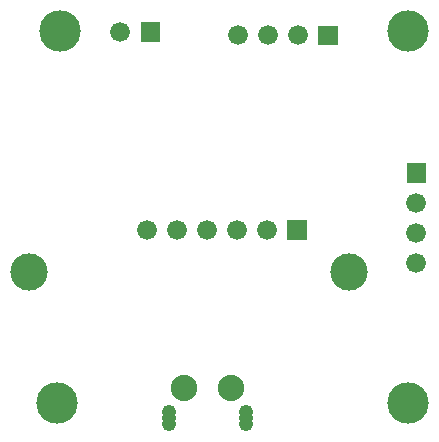
<source format=gbr>
G04 start of page 8 for group -4062 idx -4062 *
G04 Title: SAP, soldermask *
G04 Creator: pcb 4.0.2 *
G04 CreationDate: Tue Jun 12 19:10:11 2018 UTC *
G04 For: phil *
G04 Format: Gerber/RS-274X *
G04 PCB-Dimensions (mil): 1811.02 1574.80 *
G04 PCB-Coordinate-Origin: lower left *
%MOIN*%
%FSLAX25Y25*%
%LNBOTTOMMASK*%
%ADD52C,0.1241*%
%ADD51C,0.1378*%
%ADD50C,0.0480*%
%ADD49C,0.0880*%
%ADD48C,0.0660*%
%ADD47C,0.0001*%
G54D47*G36*
X116306Y83379D02*Y76779D01*
X122906D01*
Y83379D01*
X116306D01*
G37*
G54D48*X109606Y80079D03*
X99606D03*
X89606D03*
X79606D03*
X69606D03*
G54D49*X81890Y27361D03*
G54D50*X77064Y15420D03*
Y17420D03*
Y19420D03*
G54D51*X39764Y22441D03*
G54D49*X97638Y27361D03*
G54D50*X102464Y15420D03*
Y17420D03*
Y19420D03*
G54D51*X156693Y22441D03*
G54D48*X159449Y79213D03*
Y69213D03*
G54D47*G36*
X67487Y149442D02*Y142842D01*
X74087D01*
Y149442D01*
X67487D01*
G37*
G54D48*X60787Y146142D03*
G54D51*X40551Y146457D03*
G54D47*G36*
X126543Y148339D02*Y141739D01*
X133143D01*
Y148339D01*
X126543D01*
G37*
G54D48*X119843Y145039D03*
X109843D03*
X99843D03*
G54D51*X156693Y146457D03*
G54D47*G36*
X156149Y102513D02*Y95913D01*
X162749D01*
Y102513D01*
X156149D01*
G37*
G54D48*X159449Y89213D03*
G54D52*X137008Y66142D03*
X30315D03*
M02*

</source>
